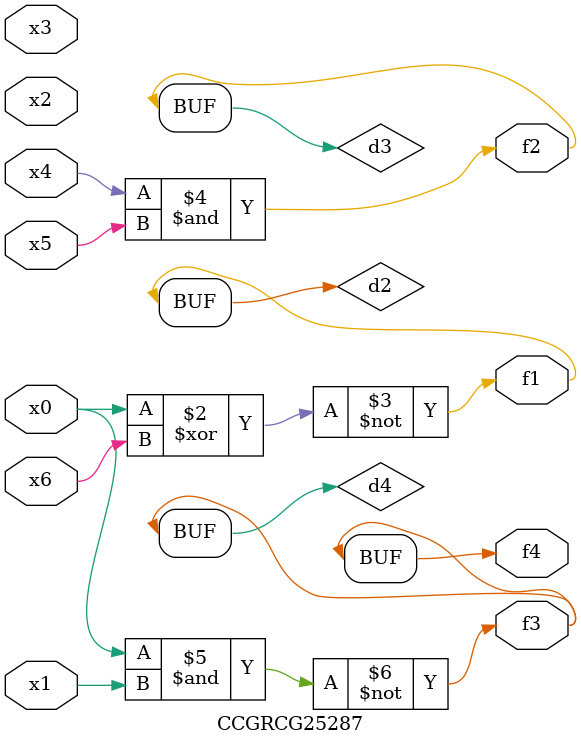
<source format=v>
module CCGRCG25287(
	input x0, x1, x2, x3, x4, x5, x6,
	output f1, f2, f3, f4
);

	wire d1, d2, d3, d4;

	nor (d1, x0);
	xnor (d2, x0, x6);
	and (d3, x4, x5);
	nand (d4, x0, x1);
	assign f1 = d2;
	assign f2 = d3;
	assign f3 = d4;
	assign f4 = d4;
endmodule

</source>
